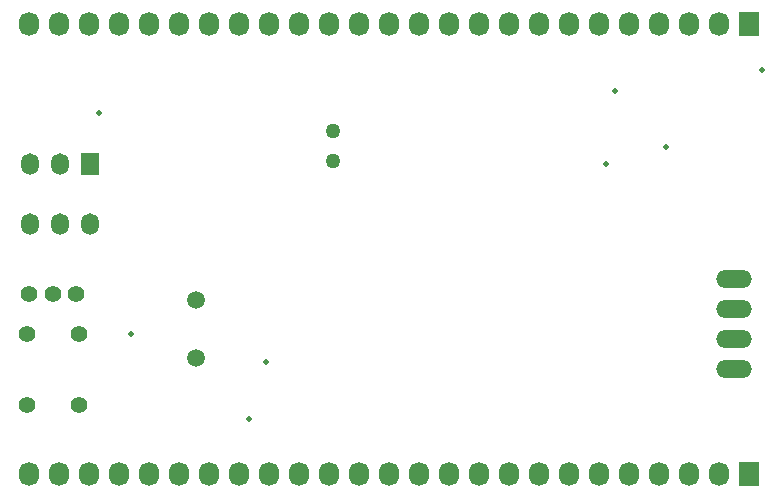
<source format=gbs>
G04 #@! TF.FileFunction,Soldermask,Bot*
%FSLAX46Y46*%
G04 Gerber Fmt 4.6, Leading zero omitted, Abs format (unit mm)*
G04 Created by KiCad (PCBNEW 4.0.7-e2-6376~58~ubuntu14.04.1) date Wed Mar 28 12:10:58 2018*
%MOMM*%
%LPD*%
G01*
G04 APERTURE LIST*
%ADD10C,0.100000*%
%ADD11C,1.501140*%
%ADD12R,1.727200X2.032000*%
%ADD13O,1.727200X2.032000*%
%ADD14C,1.397000*%
%ADD15C,1.270000*%
%ADD16O,3.014980X1.506220*%
%ADD17C,1.400000*%
%ADD18R,1.524000X1.824000*%
%ADD19O,1.524000X1.824000*%
%ADD20C,0.500000*%
G04 APERTURE END LIST*
D10*
D11*
X131000000Y-99559060D03*
X131000000Y-104440940D03*
D12*
X177800000Y-76200000D03*
D13*
X175260000Y-76200000D03*
X172720000Y-76200000D03*
X170180000Y-76200000D03*
X167640000Y-76200000D03*
X165100000Y-76200000D03*
X162560000Y-76200000D03*
X160020000Y-76200000D03*
X157480000Y-76200000D03*
X154940000Y-76200000D03*
X152400000Y-76200000D03*
X149860000Y-76200000D03*
X147320000Y-76200000D03*
X144780000Y-76200000D03*
X142240000Y-76200000D03*
X139700000Y-76200000D03*
X137160000Y-76200000D03*
X134620000Y-76200000D03*
X132080000Y-76200000D03*
X129540000Y-76200000D03*
X127000000Y-76200000D03*
X124460000Y-76200000D03*
X121920000Y-76200000D03*
X119380000Y-76200000D03*
X116840000Y-76200000D03*
D12*
X177800000Y-114300000D03*
D13*
X175260000Y-114300000D03*
X172720000Y-114300000D03*
X170180000Y-114300000D03*
X167640000Y-114300000D03*
X165100000Y-114300000D03*
X162560000Y-114300000D03*
X160020000Y-114300000D03*
X157480000Y-114300000D03*
X154940000Y-114300000D03*
X152400000Y-114300000D03*
X149860000Y-114300000D03*
X147320000Y-114300000D03*
X144780000Y-114300000D03*
X142240000Y-114300000D03*
X139700000Y-114300000D03*
X137160000Y-114300000D03*
X134620000Y-114300000D03*
X132080000Y-114300000D03*
X129540000Y-114300000D03*
X127000000Y-114300000D03*
X124460000Y-114300000D03*
X121920000Y-114300000D03*
X119380000Y-114300000D03*
X116840000Y-114300000D03*
D14*
X116690000Y-102420000D03*
X121090000Y-102420000D03*
X116690000Y-108420000D03*
X121090000Y-108420000D03*
D15*
X142600000Y-87770000D03*
X142600000Y-85230000D03*
D16*
X176530000Y-97790000D03*
X176530000Y-105410000D03*
X176530000Y-102870000D03*
X176530000Y-100330000D03*
D17*
X120870000Y-99060000D03*
X118870000Y-99060000D03*
X116870000Y-99060000D03*
D18*
X122000000Y-88000000D03*
D19*
X122000000Y-93080000D03*
X119460000Y-88000000D03*
X119460000Y-93080000D03*
X116920000Y-88000000D03*
X116920000Y-93080000D03*
D20*
X122800000Y-83700000D03*
X165700000Y-88000000D03*
X135500000Y-109600000D03*
X136900000Y-104800000D03*
X170800000Y-86600000D03*
X178900000Y-80100000D03*
X125500000Y-102400000D03*
X166500000Y-81900000D03*
M02*

</source>
